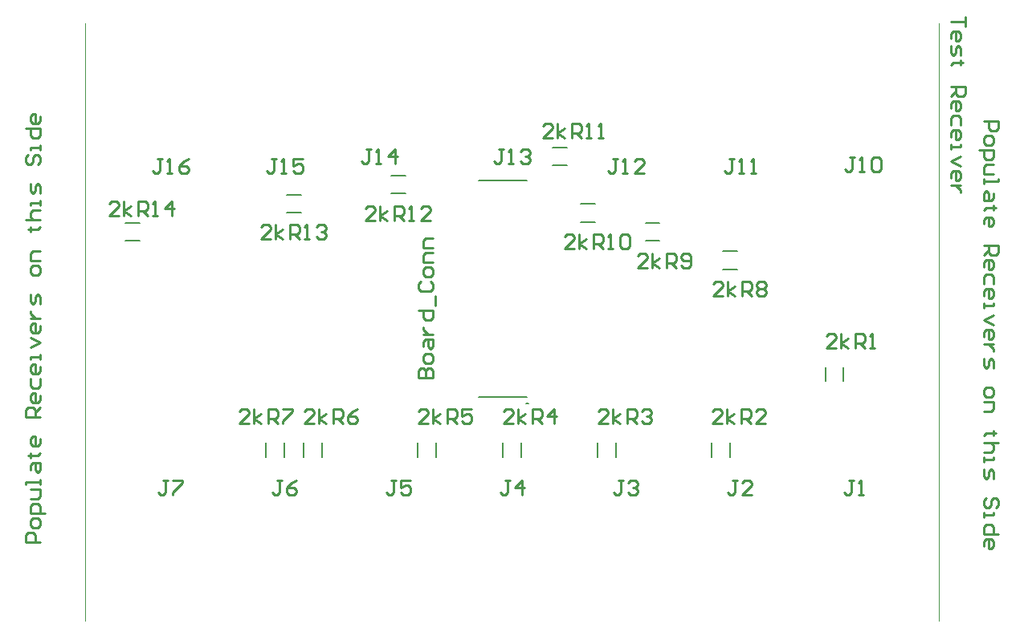
<source format=gto>
G04*
G04 #@! TF.GenerationSoftware,Altium Limited,Altium Designer,20.2.6 (244)*
G04*
G04 Layer_Color=65535*
%FSLAX25Y25*%
%MOIN*%
G70*
G04*
G04 #@! TF.SameCoordinates,497CC9B7-7792-49EA-9D7E-492ABDADDE37*
G04*
G04*
G04 #@! TF.FilePolarity,Positive*
G04*
G01*
G75*
%ADD10C,0.00787*%
%ADD11C,0.00394*%
%ADD12C,0.01000*%
D10*
X341348Y228031D02*
X340561D01*
X341348D01*
X232480Y205709D02*
Y211614D01*
X239961Y205709D02*
Y211614D01*
X320707Y230591D02*
X340711D01*
X320707Y320590D02*
X340711D01*
X422244Y291142D02*
X428150D01*
X422244Y283661D02*
X428150D01*
X390021Y302953D02*
X395927D01*
X390021Y295472D02*
X395927D01*
X363189Y310827D02*
X369094D01*
X363189Y303346D02*
X369094D01*
X284449Y315158D02*
X290354D01*
X284449Y322638D02*
X290354D01*
X241142Y307283D02*
X247047D01*
X241142Y314764D02*
X247047D01*
X174213Y295472D02*
X180118D01*
X174213Y302953D02*
X180118D01*
X302953Y205709D02*
Y211614D01*
X295472Y205709D02*
Y211614D01*
X338386Y205709D02*
Y211614D01*
X330906Y205709D02*
Y211614D01*
X255709Y205709D02*
Y211614D01*
X248228Y205709D02*
Y211614D01*
X377756Y205709D02*
Y211614D01*
X370276Y205709D02*
Y211614D01*
X425000Y205709D02*
Y211614D01*
X417520Y205709D02*
Y211614D01*
X472244Y237205D02*
Y243110D01*
X464764Y237205D02*
Y243110D01*
X351378Y326969D02*
X357283D01*
X351378Y334449D02*
X357283D01*
D11*
X511811Y137795D02*
Y385827D01*
X157480Y137795D02*
Y385827D01*
D12*
X522746Y388764D02*
Y384765D01*
Y386764D01*
X516748D01*
Y379767D02*
Y381766D01*
X517748Y382766D01*
X519747D01*
X520747Y381766D01*
Y379767D01*
X519747Y378767D01*
X518747D01*
Y382766D01*
X516748Y376768D02*
Y373769D01*
X517748Y372769D01*
X518747Y373769D01*
Y375768D01*
X519747Y376768D01*
X520747Y375768D01*
Y372769D01*
X521746Y369770D02*
X520747D01*
Y370770D01*
Y368770D01*
Y369770D01*
X517748D01*
X516748Y368770D01*
Y359773D02*
X522746D01*
Y356774D01*
X521746Y355774D01*
X519747D01*
X518747Y356774D01*
Y359773D01*
Y357774D02*
X516748Y355774D01*
Y350776D02*
Y352775D01*
X517748Y353775D01*
X519747D01*
X520747Y352775D01*
Y350776D01*
X519747Y349776D01*
X518747D01*
Y353775D01*
X520747Y343778D02*
Y346777D01*
X519747Y347777D01*
X517748D01*
X516748Y346777D01*
Y343778D01*
Y338780D02*
Y340779D01*
X517748Y341779D01*
X519747D01*
X520747Y340779D01*
Y338780D01*
X519747Y337780D01*
X518747D01*
Y341779D01*
X516748Y335781D02*
Y333782D01*
Y334781D01*
X520747D01*
Y335781D01*
Y330783D02*
X516748Y328783D01*
X520747Y326784D01*
X516748Y321785D02*
Y323785D01*
X517748Y324784D01*
X519747D01*
X520747Y323785D01*
Y321785D01*
X519747Y320786D01*
X518747D01*
Y324784D01*
X520747Y318786D02*
X516748D01*
X518747D01*
X519747Y317787D01*
X520747Y316787D01*
Y315787D01*
X138733Y170291D02*
X132735D01*
Y173290D01*
X133735Y174290D01*
X135734D01*
X136734Y173290D01*
Y170291D01*
X138733Y177289D02*
Y179288D01*
X137733Y180288D01*
X135734D01*
X134734Y179288D01*
Y177289D01*
X135734Y176289D01*
X137733D01*
X138733Y177289D01*
X140732Y182288D02*
X134734D01*
Y185286D01*
X135734Y186286D01*
X137733D01*
X138733Y185286D01*
Y182288D01*
X134734Y188286D02*
X137733D01*
X138733Y189285D01*
Y192284D01*
X134734D01*
X138733Y194284D02*
Y196283D01*
Y195283D01*
X132735D01*
Y194284D01*
X134734Y200282D02*
Y202281D01*
X135734Y203281D01*
X138733D01*
Y200282D01*
X137733Y199282D01*
X136734Y200282D01*
Y203281D01*
X133735Y206280D02*
X134734D01*
Y205280D01*
Y207279D01*
Y206280D01*
X137733D01*
X138733Y207279D01*
Y213277D02*
Y211278D01*
X137733Y210278D01*
X135734D01*
X134734Y211278D01*
Y213277D01*
X135734Y214277D01*
X136734D01*
Y210278D01*
X138733Y222274D02*
X132735D01*
Y225273D01*
X133735Y226273D01*
X135734D01*
X136734Y225273D01*
Y222274D01*
Y224274D02*
X138733Y226273D01*
Y231272D02*
Y229272D01*
X137733Y228273D01*
X135734D01*
X134734Y229272D01*
Y231272D01*
X135734Y232271D01*
X136734D01*
Y228273D01*
X134734Y238269D02*
Y235270D01*
X135734Y234271D01*
X137733D01*
X138733Y235270D01*
Y238269D01*
Y243268D02*
Y241268D01*
X137733Y240269D01*
X135734D01*
X134734Y241268D01*
Y243268D01*
X135734Y244267D01*
X136734D01*
Y240269D01*
X138733Y246267D02*
Y248266D01*
Y247266D01*
X134734D01*
Y246267D01*
Y251265D02*
X138733Y253264D01*
X134734Y255264D01*
X138733Y260262D02*
Y258263D01*
X137733Y257263D01*
X135734D01*
X134734Y258263D01*
Y260262D01*
X135734Y261262D01*
X136734D01*
Y257263D01*
X134734Y263261D02*
X138733D01*
X136734D01*
X135734Y264261D01*
X134734Y265261D01*
Y266260D01*
X138733Y269259D02*
Y272258D01*
X137733Y273258D01*
X136734Y272258D01*
Y270259D01*
X135734Y269259D01*
X134734Y270259D01*
Y273258D01*
X138733Y282255D02*
Y284255D01*
X137733Y285254D01*
X135734D01*
X134734Y284255D01*
Y282255D01*
X135734Y281255D01*
X137733D01*
X138733Y282255D01*
Y287253D02*
X134734D01*
Y290252D01*
X135734Y291252D01*
X138733D01*
X133735Y300249D02*
X134734D01*
Y299250D01*
Y301249D01*
Y300249D01*
X137733D01*
X138733Y301249D01*
X132735Y304248D02*
X138733D01*
X135734D01*
X134734Y305248D01*
Y307247D01*
X135734Y308247D01*
X138733D01*
Y310246D02*
Y312245D01*
Y311246D01*
X134734D01*
Y310246D01*
X138733Y315244D02*
Y318244D01*
X137733Y319243D01*
X136734Y318244D01*
Y316244D01*
X135734Y315244D01*
X134734Y316244D01*
Y319243D01*
X133735Y331239D02*
X132735Y330240D01*
Y328240D01*
X133735Y327241D01*
X134734D01*
X135734Y328240D01*
Y330240D01*
X136734Y331239D01*
X137733D01*
X138733Y330240D01*
Y328240D01*
X137733Y327241D01*
X138733Y333239D02*
Y335238D01*
Y334238D01*
X134734D01*
Y333239D01*
X132735Y342236D02*
X138733D01*
Y339237D01*
X137733Y338237D01*
X135734D01*
X134734Y339237D01*
Y342236D01*
X138733Y347234D02*
Y345235D01*
X137733Y344235D01*
X135734D01*
X134734Y345235D01*
Y347234D01*
X135734Y348234D01*
X136734D01*
Y344235D01*
X530558Y345457D02*
X536556D01*
Y342458D01*
X535557Y341458D01*
X533557D01*
X532558Y342458D01*
Y345457D01*
X530558Y338459D02*
Y336460D01*
X531558Y335460D01*
X533557D01*
X534557Y336460D01*
Y338459D01*
X533557Y339459D01*
X531558D01*
X530558Y338459D01*
X528559Y333461D02*
X534557D01*
Y330462D01*
X533557Y329462D01*
X531558D01*
X530558Y330462D01*
Y333461D01*
X534557Y327463D02*
X531558D01*
X530558Y326463D01*
Y323464D01*
X534557D01*
X530558Y321464D02*
Y319465D01*
Y320465D01*
X536556D01*
Y321464D01*
X534557Y315466D02*
Y313467D01*
X533557Y312467D01*
X530558D01*
Y315466D01*
X531558Y316466D01*
X532558Y315466D01*
Y312467D01*
X535557Y309468D02*
X534557D01*
Y310468D01*
Y308469D01*
Y309468D01*
X531558D01*
X530558Y308469D01*
Y302471D02*
Y304470D01*
X531558Y305470D01*
X533557D01*
X534557Y304470D01*
Y302471D01*
X533557Y301471D01*
X532558D01*
Y305470D01*
X530558Y293474D02*
X536556D01*
Y290475D01*
X535557Y289475D01*
X533557D01*
X532558Y290475D01*
Y293474D01*
Y291474D02*
X530558Y289475D01*
Y284476D02*
Y286476D01*
X531558Y287475D01*
X533557D01*
X534557Y286476D01*
Y284476D01*
X533557Y283477D01*
X532558D01*
Y287475D01*
X534557Y277479D02*
Y280478D01*
X533557Y281477D01*
X531558D01*
X530558Y280478D01*
Y277479D01*
Y272480D02*
Y274480D01*
X531558Y275479D01*
X533557D01*
X534557Y274480D01*
Y272480D01*
X533557Y271481D01*
X532558D01*
Y275479D01*
X530558Y269481D02*
Y267482D01*
Y268482D01*
X534557D01*
Y269481D01*
Y264483D02*
X530558Y262484D01*
X534557Y260484D01*
X530558Y255486D02*
Y257485D01*
X531558Y258485D01*
X533557D01*
X534557Y257485D01*
Y255486D01*
X533557Y254486D01*
X532558D01*
Y258485D01*
X534557Y252487D02*
X530558D01*
X532558D01*
X533557Y251487D01*
X534557Y250487D01*
Y249488D01*
X530558Y246489D02*
Y243490D01*
X531558Y242490D01*
X532558Y243490D01*
Y245489D01*
X533557Y246489D01*
X534557Y245489D01*
Y242490D01*
X530558Y233493D02*
Y231494D01*
X531558Y230494D01*
X533557D01*
X534557Y231494D01*
Y233493D01*
X533557Y234493D01*
X531558D01*
X530558Y233493D01*
Y228495D02*
X534557D01*
Y225496D01*
X533557Y224496D01*
X530558D01*
X535557Y215499D02*
X534557D01*
Y216498D01*
Y214499D01*
Y215499D01*
X531558D01*
X530558Y214499D01*
X536556Y211500D02*
X530558D01*
X533557D01*
X534557Y210500D01*
Y208501D01*
X533557Y207501D01*
X530558D01*
Y205502D02*
Y203503D01*
Y204502D01*
X534557D01*
Y205502D01*
X530558Y200504D02*
Y197505D01*
X531558Y196505D01*
X532558Y197505D01*
Y199504D01*
X533557Y200504D01*
X534557Y199504D01*
Y196505D01*
X535557Y184509D02*
X536556Y185508D01*
Y187508D01*
X535557Y188507D01*
X534557D01*
X533557Y187508D01*
Y185508D01*
X532558Y184509D01*
X531558D01*
X530558Y185508D01*
Y187508D01*
X531558Y188507D01*
X530558Y182509D02*
Y180510D01*
Y181510D01*
X534557D01*
Y182509D01*
X536556Y173512D02*
X530558D01*
Y176511D01*
X531558Y177511D01*
X533557D01*
X534557Y176511D01*
Y173512D01*
X530558Y168514D02*
Y170513D01*
X531558Y171513D01*
X533557D01*
X534557Y170513D01*
Y168514D01*
X533557Y167514D01*
X532558D01*
Y171513D01*
X374599Y219500D02*
X370600D01*
X374599Y223499D01*
Y224498D01*
X373599Y225498D01*
X371600D01*
X370600Y224498D01*
X376598Y219500D02*
Y225498D01*
Y221499D02*
X379597Y223499D01*
X376598Y221499D02*
X379597Y219500D01*
X382596D02*
Y225498D01*
X385595D01*
X386595Y224498D01*
Y222499D01*
X385595Y221499D01*
X382596D01*
X384595D02*
X386595Y219500D01*
X388594Y224498D02*
X389594Y225498D01*
X391593D01*
X392593Y224498D01*
Y223499D01*
X391593Y222499D01*
X390594D01*
X391593D01*
X392593Y221499D01*
Y220500D01*
X391593Y219500D01*
X389594D01*
X388594Y220500D01*
X421799Y219500D02*
X417800D01*
X421799Y223499D01*
Y224498D01*
X420799Y225498D01*
X418800D01*
X417800Y224498D01*
X423798Y219500D02*
Y225498D01*
Y221499D02*
X426797Y223499D01*
X423798Y221499D02*
X426797Y219500D01*
X429796D02*
Y225498D01*
X432795D01*
X433795Y224498D01*
Y222499D01*
X432795Y221499D01*
X429796D01*
X431796D02*
X433795Y219500D01*
X439793D02*
X435794D01*
X439793Y223499D01*
Y224498D01*
X438793Y225498D01*
X436794D01*
X435794Y224498D01*
X469099Y251000D02*
X465100D01*
X469099Y254999D01*
Y255998D01*
X468099Y256998D01*
X466100D01*
X465100Y255998D01*
X471098Y251000D02*
Y256998D01*
Y252999D02*
X474097Y254999D01*
X471098Y252999D02*
X474097Y251000D01*
X477096D02*
Y256998D01*
X480095D01*
X481095Y255998D01*
Y253999D01*
X480095Y252999D01*
X477096D01*
X479096D02*
X481095Y251000D01*
X483094D02*
X485093D01*
X484094D01*
Y256998D01*
X483094Y255998D01*
X422136Y272591D02*
X418137D01*
X422136Y276590D01*
Y277590D01*
X421136Y278590D01*
X419137D01*
X418137Y277590D01*
X424135Y272591D02*
Y278590D01*
Y274591D02*
X427135Y276590D01*
X424135Y274591D02*
X427135Y272591D01*
X430133D02*
Y278590D01*
X433133D01*
X434132Y277590D01*
Y275590D01*
X433133Y274591D01*
X430133D01*
X432133D02*
X434132Y272591D01*
X436132Y277590D02*
X437131Y278590D01*
X439131D01*
X440130Y277590D01*
Y276590D01*
X439131Y275590D01*
X440130Y274591D01*
Y273591D01*
X439131Y272591D01*
X437131D01*
X436132Y273591D01*
Y274591D01*
X437131Y275590D01*
X436132Y276590D01*
Y277590D01*
X437131Y275590D02*
X439131D01*
X390640Y284402D02*
X386641D01*
X390640Y288401D01*
Y289401D01*
X389640Y290401D01*
X387641D01*
X386641Y289401D01*
X392639Y284402D02*
Y290401D01*
Y286402D02*
X395638Y288401D01*
X392639Y286402D02*
X395638Y284402D01*
X398638D02*
Y290401D01*
X401637D01*
X402636Y289401D01*
Y287402D01*
X401637Y286402D01*
X398638D01*
X400637D02*
X402636Y284402D01*
X404635Y285402D02*
X405635Y284402D01*
X407635D01*
X408634Y285402D01*
Y289401D01*
X407635Y290401D01*
X405635D01*
X404635Y289401D01*
Y288401D01*
X405635Y287402D01*
X408634D01*
X360582Y292277D02*
X356583D01*
X360582Y296275D01*
Y297275D01*
X359582Y298275D01*
X357583D01*
X356583Y297275D01*
X362581Y292277D02*
Y298275D01*
Y294276D02*
X365580Y296275D01*
X362581Y294276D02*
X365580Y292277D01*
X368579D02*
Y298275D01*
X371578D01*
X372578Y297275D01*
Y295276D01*
X371578Y294276D01*
X368579D01*
X370579D02*
X372578Y292277D01*
X374577D02*
X376577D01*
X375577D01*
Y298275D01*
X374577Y297275D01*
X379576D02*
X380575Y298275D01*
X382575D01*
X383574Y297275D01*
Y293276D01*
X382575Y292277D01*
X380575D01*
X379576Y293276D01*
Y297275D01*
X351499Y338200D02*
X347500D01*
X351499Y342199D01*
Y343198D01*
X350499Y344198D01*
X348500D01*
X347500Y343198D01*
X353498Y338200D02*
Y344198D01*
Y340199D02*
X356497Y342199D01*
X353498Y340199D02*
X356497Y338200D01*
X359496D02*
Y344198D01*
X362495D01*
X363495Y343198D01*
Y341199D01*
X362495Y340199D01*
X359496D01*
X361495D02*
X363495Y338200D01*
X365494D02*
X367494D01*
X366494D01*
Y344198D01*
X365494Y343198D01*
X370493Y338200D02*
X372492D01*
X371492D01*
Y344198D01*
X370493Y343198D01*
X277905Y304088D02*
X273906D01*
X277905Y308086D01*
Y309086D01*
X276905Y310086D01*
X274906D01*
X273906Y309086D01*
X279904Y304088D02*
Y310086D01*
Y306087D02*
X282903Y308086D01*
X279904Y306087D02*
X282903Y304088D01*
X285902D02*
Y310086D01*
X288901D01*
X289901Y309086D01*
Y307087D01*
X288901Y306087D01*
X285902D01*
X287901D02*
X289901Y304088D01*
X291900D02*
X293899D01*
X292900D01*
Y310086D01*
X291900Y309086D01*
X300897Y304088D02*
X296899D01*
X300897Y308086D01*
Y309086D01*
X299898Y310086D01*
X297898D01*
X296899Y309086D01*
X234598Y296214D02*
X230599D01*
X234598Y300212D01*
Y301212D01*
X233598Y302212D01*
X231598D01*
X230599Y301212D01*
X236597Y296214D02*
Y302212D01*
Y298213D02*
X239596Y300212D01*
X236597Y298213D02*
X239596Y296214D01*
X242595D02*
Y302212D01*
X245594D01*
X246594Y301212D01*
Y299213D01*
X245594Y298213D01*
X242595D01*
X244594D02*
X246594Y296214D01*
X248593D02*
X250592D01*
X249593D01*
Y302212D01*
X248593Y301212D01*
X253591D02*
X254591Y302212D01*
X256591D01*
X257590Y301212D01*
Y300212D01*
X256591Y299213D01*
X255591D01*
X256591D01*
X257590Y298213D01*
Y297213D01*
X256591Y296214D01*
X254591D01*
X253591Y297213D01*
X171605Y306056D02*
X167607D01*
X171605Y310055D01*
Y311054D01*
X170606Y312054D01*
X168606D01*
X167607Y311054D01*
X173605Y306056D02*
Y312054D01*
Y308055D02*
X176604Y310055D01*
X173605Y308055D02*
X176604Y306056D01*
X179603D02*
Y312054D01*
X182602D01*
X183602Y311054D01*
Y309055D01*
X182602Y308055D01*
X179603D01*
X181602D02*
X183602Y306056D01*
X185601D02*
X187600D01*
X186601D01*
Y312054D01*
X185601Y311054D01*
X193598Y306056D02*
Y312054D01*
X190599Y309055D01*
X194598D01*
X225286Y219501D02*
X221287D01*
X225286Y223500D01*
Y224499D01*
X224286Y225499D01*
X222287D01*
X221287Y224499D01*
X227285Y219501D02*
Y225499D01*
Y221500D02*
X230284Y223500D01*
X227285Y221500D02*
X230284Y219501D01*
X233283D02*
Y225499D01*
X236282D01*
X237282Y224499D01*
Y222500D01*
X236282Y221500D01*
X233283D01*
X235282D02*
X237282Y219501D01*
X239281Y225499D02*
X243280D01*
Y224499D01*
X239281Y220501D01*
Y219501D01*
X252499Y219500D02*
X248500D01*
X252499Y223499D01*
Y224498D01*
X251499Y225498D01*
X249500D01*
X248500Y224498D01*
X254498Y219500D02*
Y225498D01*
Y221499D02*
X257497Y223499D01*
X254498Y221499D02*
X257497Y219500D01*
X260496D02*
Y225498D01*
X263495D01*
X264495Y224498D01*
Y222499D01*
X263495Y221499D01*
X260496D01*
X262495D02*
X264495Y219500D01*
X270493Y225498D02*
X268494Y224498D01*
X266494Y222499D01*
Y220500D01*
X267494Y219500D01*
X269493D01*
X270493Y220500D01*
Y221499D01*
X269493Y222499D01*
X266494D01*
X299799Y219500D02*
X295800D01*
X299799Y223499D01*
Y224498D01*
X298799Y225498D01*
X296800D01*
X295800Y224498D01*
X301798Y219500D02*
Y225498D01*
Y221499D02*
X304797Y223499D01*
X301798Y221499D02*
X304797Y219500D01*
X307796D02*
Y225498D01*
X310795D01*
X311795Y224498D01*
Y222499D01*
X310795Y221499D01*
X307796D01*
X309795D02*
X311795Y219500D01*
X317793Y225498D02*
X313794D01*
Y222499D01*
X315793Y223499D01*
X316793D01*
X317793Y222499D01*
Y220500D01*
X316793Y219500D01*
X314794D01*
X313794Y220500D01*
X335199Y219500D02*
X331200D01*
X335199Y223499D01*
Y224498D01*
X334199Y225498D01*
X332200D01*
X331200Y224498D01*
X337198Y219500D02*
Y225498D01*
Y221499D02*
X340197Y223499D01*
X337198Y221499D02*
X340197Y219500D01*
X343196D02*
Y225498D01*
X346195D01*
X347195Y224498D01*
Y222499D01*
X346195Y221499D01*
X343196D01*
X345196D02*
X347195Y219500D01*
X352193D02*
Y225498D01*
X349194Y222499D01*
X353193D01*
X295714Y238726D02*
X301712D01*
Y241725D01*
X300712Y242725D01*
X299712D01*
X298713Y241725D01*
Y238726D01*
Y241725D01*
X297713Y242725D01*
X296713D01*
X295714Y241725D01*
Y238726D01*
X301712Y245724D02*
Y247723D01*
X300712Y248723D01*
X298713D01*
X297713Y247723D01*
Y245724D01*
X298713Y244724D01*
X300712D01*
X301712Y245724D01*
X297713Y251722D02*
Y253721D01*
X298713Y254721D01*
X301712D01*
Y251722D01*
X300712Y250722D01*
X299712Y251722D01*
Y254721D01*
X297713Y256720D02*
X301712D01*
X299712D01*
X298713Y257720D01*
X297713Y258719D01*
Y259719D01*
X295714Y266717D02*
X301712D01*
Y263718D01*
X300712Y262718D01*
X298713D01*
X297713Y263718D01*
Y266717D01*
X302712Y268716D02*
Y272715D01*
X296713Y278713D02*
X295714Y277713D01*
Y275714D01*
X296713Y274714D01*
X300712D01*
X301712Y275714D01*
Y277713D01*
X300712Y278713D01*
X301712Y281712D02*
Y283711D01*
X300712Y284711D01*
X298713D01*
X297713Y283711D01*
Y281712D01*
X298713Y280712D01*
X300712D01*
X301712Y281712D01*
Y286710D02*
X297713D01*
Y289709D01*
X298713Y290709D01*
X301712D01*
Y292708D02*
X297713D01*
Y295708D01*
X298713Y296707D01*
X301712D01*
X189415Y329771D02*
X187415D01*
X188415D01*
Y324772D01*
X187415Y323773D01*
X186416D01*
X185416Y324772D01*
X191414Y323773D02*
X193413D01*
X192414D01*
Y329771D01*
X191414Y328771D01*
X200411Y329771D02*
X198412Y328771D01*
X196412Y326772D01*
Y324772D01*
X197412Y323773D01*
X199411D01*
X200411Y324772D01*
Y325772D01*
X199411Y326772D01*
X196412D01*
X236659Y329771D02*
X234659D01*
X235659D01*
Y324772D01*
X234659Y323773D01*
X233660D01*
X232660Y324772D01*
X238658Y323773D02*
X240657D01*
X239658D01*
Y329771D01*
X238658Y328771D01*
X247655Y329771D02*
X243656D01*
Y326772D01*
X245656Y327771D01*
X246655D01*
X247655Y326772D01*
Y324772D01*
X246655Y323773D01*
X244656D01*
X243656Y324772D01*
X276029Y333708D02*
X274029D01*
X275029D01*
Y328709D01*
X274029Y327710D01*
X273030D01*
X272030Y328709D01*
X278028Y327710D02*
X280027D01*
X279028D01*
Y333708D01*
X278028Y332708D01*
X286026Y327710D02*
Y333708D01*
X283026Y330709D01*
X287025D01*
X331147Y333708D02*
X329147D01*
X330147D01*
Y328709D01*
X329147Y327710D01*
X328148D01*
X327148Y328709D01*
X333146Y327710D02*
X335145D01*
X334146D01*
Y333708D01*
X333146Y332708D01*
X338144D02*
X339144Y333708D01*
X341144D01*
X342143Y332708D01*
Y331708D01*
X341144Y330709D01*
X340144D01*
X341144D01*
X342143Y329709D01*
Y328709D01*
X341144Y327710D01*
X339144D01*
X338144Y328709D01*
X378391Y329771D02*
X376392D01*
X377391D01*
Y324772D01*
X376392Y323773D01*
X375392D01*
X374392Y324772D01*
X380390Y323773D02*
X382390D01*
X381390D01*
Y329771D01*
X380390Y328771D01*
X389387Y323773D02*
X385389D01*
X389387Y327771D01*
Y328771D01*
X388388Y329771D01*
X386388D01*
X385389Y328771D01*
X426635Y329771D02*
X424635D01*
X425635D01*
Y324772D01*
X424635Y323773D01*
X423636D01*
X422636Y324772D01*
X428634Y323773D02*
X430633D01*
X429634D01*
Y329771D01*
X428634Y328771D01*
X433632Y323773D02*
X435632D01*
X434632D01*
Y329771D01*
X433632Y328771D01*
X476816Y330164D02*
X474817D01*
X475816D01*
Y325166D01*
X474817Y324166D01*
X473817D01*
X472817Y325166D01*
X478815Y324166D02*
X480815D01*
X479815D01*
Y330164D01*
X478815Y329165D01*
X483814D02*
X484813Y330164D01*
X486813D01*
X487813Y329165D01*
Y325166D01*
X486813Y324166D01*
X484813D01*
X483814Y325166D01*
Y329165D01*
X191914Y195912D02*
X189914D01*
X190914D01*
Y190914D01*
X189914Y189914D01*
X188915D01*
X187915Y190914D01*
X193913Y195912D02*
X197912D01*
Y194913D01*
X193913Y190914D01*
Y189914D01*
X239158Y195912D02*
X237158D01*
X238158D01*
Y190914D01*
X237158Y189914D01*
X236159D01*
X235159Y190914D01*
X245156Y195912D02*
X243157Y194913D01*
X241157Y192913D01*
Y190914D01*
X242157Y189914D01*
X244156D01*
X245156Y190914D01*
Y191914D01*
X244156Y192913D01*
X241157D01*
X286402Y195912D02*
X284402D01*
X285402D01*
Y190914D01*
X284402Y189914D01*
X283403D01*
X282403Y190914D01*
X292400Y195912D02*
X288401D01*
Y192913D01*
X290401Y193913D01*
X291400D01*
X292400Y192913D01*
Y190914D01*
X291400Y189914D01*
X289401D01*
X288401Y190914D01*
X333646Y195912D02*
X331647D01*
X332646D01*
Y190914D01*
X331647Y189914D01*
X330647D01*
X329647Y190914D01*
X338644Y189914D02*
Y195912D01*
X335645Y192913D01*
X339644D01*
X380890Y195912D02*
X378891D01*
X379890D01*
Y190914D01*
X378891Y189914D01*
X377891D01*
X376891Y190914D01*
X382889Y194913D02*
X383889Y195912D01*
X385889D01*
X386888Y194913D01*
Y193913D01*
X385889Y192913D01*
X384889D01*
X385889D01*
X386888Y191914D01*
Y190914D01*
X385889Y189914D01*
X383889D01*
X382889Y190914D01*
X428134Y195912D02*
X426135D01*
X427135D01*
Y190914D01*
X426135Y189914D01*
X425135D01*
X424135Y190914D01*
X434132Y189914D02*
X430133D01*
X434132Y193913D01*
Y194913D01*
X433133Y195912D01*
X431133D01*
X430133Y194913D01*
X476378Y195912D02*
X474379D01*
X475378D01*
Y190914D01*
X474379Y189914D01*
X473379D01*
X472379Y190914D01*
X478377Y189914D02*
X480377D01*
X479377D01*
Y195912D01*
X478377Y194913D01*
M02*

</source>
